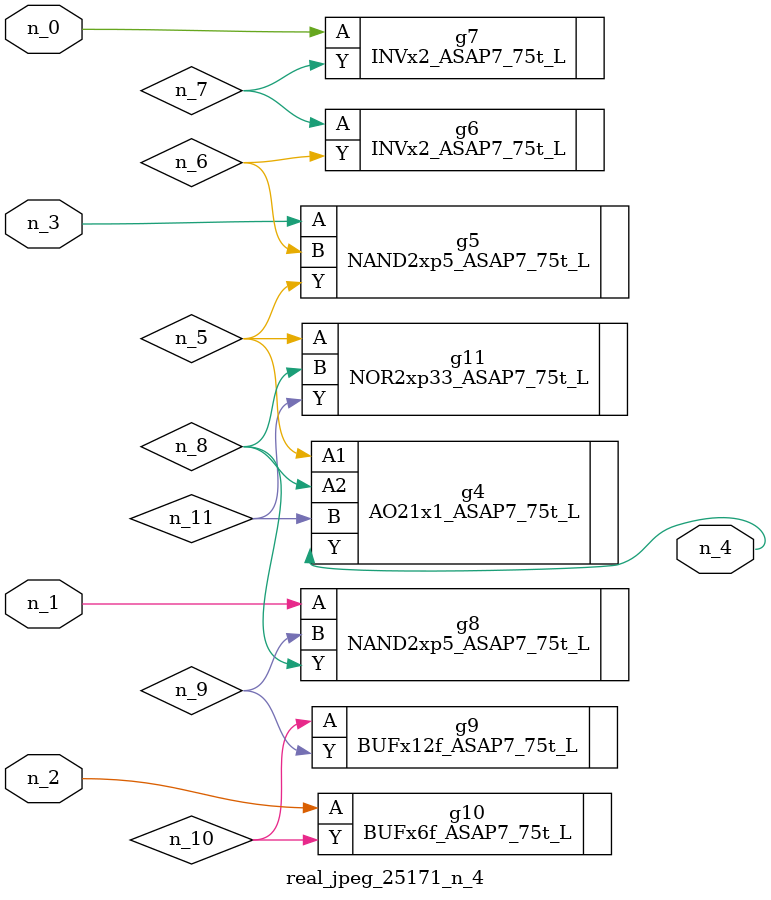
<source format=v>
module real_jpeg_25171_n_4 (n_3, n_1, n_0, n_2, n_4);

input n_3;
input n_1;
input n_0;
input n_2;

output n_4;

wire n_5;
wire n_8;
wire n_11;
wire n_6;
wire n_7;
wire n_10;
wire n_9;

INVx2_ASAP7_75t_L g7 ( 
.A(n_0),
.Y(n_7)
);

NAND2xp5_ASAP7_75t_L g8 ( 
.A(n_1),
.B(n_9),
.Y(n_8)
);

BUFx6f_ASAP7_75t_L g10 ( 
.A(n_2),
.Y(n_10)
);

NAND2xp5_ASAP7_75t_L g5 ( 
.A(n_3),
.B(n_6),
.Y(n_5)
);

AO21x1_ASAP7_75t_L g4 ( 
.A1(n_5),
.A2(n_8),
.B(n_11),
.Y(n_4)
);

NOR2xp33_ASAP7_75t_L g11 ( 
.A(n_5),
.B(n_8),
.Y(n_11)
);

INVx2_ASAP7_75t_L g6 ( 
.A(n_7),
.Y(n_6)
);

BUFx12f_ASAP7_75t_L g9 ( 
.A(n_10),
.Y(n_9)
);


endmodule
</source>
